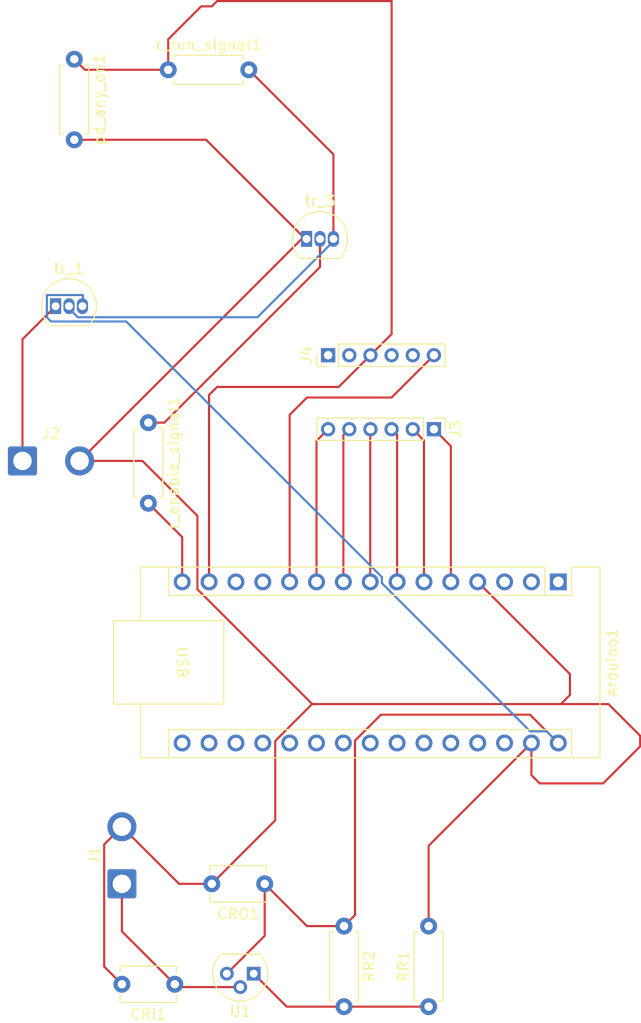
<source format=kicad_pcb>
(kicad_pcb (version 20240108) (generator "pcbnew") (generator_version "8.0")
  (layers (0 "F.Cu" signal) (31 "B.Cu" signal) (34 "B.Paste" user) (35 "F.Paste" user) (36 "B.SilkS" user "B.Silkscreen") (37 "F.SilkS" user "F.Silkscreen") (38 "B.Mask" user) (39 "F.Mask" user) (44 "Edge.Cuts" user))
  (net 0 "")
  (net 1 "Net-(Arduino1-D8)")
  (net 2 "+12C")
  (net 3 "Net-(Arduino1-D4)")
  (net 4 "GND")
  (net 6 "Net-(Arduino1-D7)")
  (net 10 "Net-(Arduino1-D11)")
  (net 19 "Net-(J2-Pin_1)")
  (net 21 "Net-(Arduino1-D5)")
  (net 23 "+5V")
  (net 25 "Net-(Arduino1-D6)")
  (net 27 "Net-(Arduino1-D3)")
  (net 29 "Net-(U1-ADJ)")
  (net 30 "Net-(Arduino1-D12)")
  (net 31 "Net-(Arduino1-D2)")
  (net 33 "Net-(tr_3-B)")
  (net 34 "Net-(tr_1-B)")
  (net 36 "unconnected-(J4-Pin_4-Pad4)")
  (footprint "Connector_Wire:SolderWire-1sqmm_1x02_P5.4mm_D1.4mm_OD2.7mm" (layer "F.Cu") (at 30.6 59.5)
    (property "Reference" "J2" (at 2.7 -2.58 0) (layer "F.SilkS"))
    (property "Value" "SS Relais")
    (pad "1" thru_hole roundrect (at 0 0) (size 2.75 2.75) (drill 1.75) (layers "*.Cu" "*.Mask") (roundrect_rratio 0.090909) (net 19 "Net-(J2-Pin_1)"))
    (pad "2" thru_hole circle (at 5.4 0) (size 2.75 2.75) (drill 1.75) (layers "*.Cu" "*.Mask") (net 4 "GND"))
  )
  (footprint "Resistor_THT:R_Axial_DIN0207_L6.3mm_D2.5mm_P7.62mm_Horizontal" (layer "F.Cu") (at 61 103.5 -90)
    (property "Reference" "RR2" (at 3.81 -2.37 90) (layer "F.SilkS"))
    (property "Value" "330")
    (fp_line (start 0.54 1.37) (end 7.08 1.37) (stroke (width 0.12)) (layer "F.SilkS"))
    (fp_line (start 7.08 1.37) (end 7.08 1.04) (stroke (width 0.12)) (layer "F.SilkS"))
    (fp_line (start 0.54 1.04) (end 0.54 1.37) (stroke (width 0.12)) (layer "F.SilkS"))
    (fp_line (start 0.54 -1.04) (end 0.54 -1.37) (stroke (width 0.12)) (layer "F.SilkS"))
    (fp_line (start 0.54 -1.37) (end 7.08 -1.37) (stroke (width 0.12)) (layer "F.SilkS"))
    (fp_line (start 7.08 -1.37) (end 7.08 -1.04) (stroke (width 0.12)) (layer "F.SilkS"))
    (pad "1" thru_hole circle (at 0 0 270) (size 1.6 1.6) (drill 0.8) (layers "*.Cu" "*.Mask") (net 23 "+5V"))
    (pad "2" thru_hole oval (at 7.62 0 270) (size 1.6 1.6) (drill 0.8) (layers "*.Cu" "*.Mask") (net 29 "Net-(U1-ADJ)"))
  )
  (footprint "Resistor_THT:R_Axial_DIN0207_L6.3mm_D2.5mm_P7.62mm_Horizontal" (layer "F.Cu") (at 42.5 55.88 -90)
    (property "Reference" "r_enable_signal1" (at 3.81 -2.37 90) (layer "F.SilkS"))
    (property "Value" "47")
    (fp_line (start 0.54 1.37) (end 7.08 1.37) (stroke (width 0.12)) (layer "F.SilkS"))
    (fp_line (start 7.08 1.37) (end 7.08 1.04) (stroke (width 0.12)) (layer "F.SilkS"))
    (fp_line (start 0.54 1.04) (end 0.54 1.37) (stroke (width 0.12)) (layer "F.SilkS"))
    (fp_line (start 0.54 -1.04) (end 0.54 -1.37) (stroke (width 0.12)) (layer "F.SilkS"))
    (fp_line (start 0.54 -1.37) (end 7.08 -1.37) (stroke (width 0.12)) (layer "F.SilkS"))
    (fp_line (start 7.08 -1.37) (end 7.08 -1.04) (stroke (width 0.12)) (layer "F.SilkS"))
    (pad "1" thru_hole circle (at 0 0 270) (size 1.6 1.6) (drill 0.8) (layers "*.Cu" "*.Mask") (net 33 "Net-(tr_3-B)"))
    (pad "2" thru_hole oval (at 7.62 0 270) (size 1.6 1.6) (drill 0.8) (layers "*.Cu" "*.Mask") (net 30 "Net-(Arduino1-D12)"))
  )
  (footprint "Package_TO_SOT_THT:TO-92" (layer "F.Cu") (at 52.46 108 180)
    (property "Reference" "U1" (at 1.27 -3.56 0) (layer "F.SilkS"))
    (property "Value" "LM350_TO3")
    (fp_line (start -0.53 1.85) (end 3.07 1.85) (stroke (width 0.12)) (layer "F.SilkS"))
    (fp_arc (start 1.27 -2.6) (mid 3.672087 -0.994977) (end 3.108478 1.838478) (stroke (width 0.12)) (layer "F.SilkS"))
    (fp_arc (start -0.568478 1.838478) (mid -1.132087 -0.994977) (end 1.27 -2.6) (stroke (width 0.12)) (layer "F.SilkS"))
    (pad "1" thru_hole rect (at 0 0 180) (size 1.3 1.3) (drill 0.75) (layers "*.Cu" "*.Mask") (net 29 "Net-(U1-ADJ)"))
    (pad "2" thru_hole circle (at 1.27 -1.27 180) (size 1.3 1.3) (drill 0.75) (layers "*.Cu" "*.Mask") (net 2 "+12C"))
    (pad "3" thru_hole circle (at 2.54 0 180) (size 1.3 1.3) (drill 0.75) (layers "*.Cu" "*.Mask") (net 23 "+5V"))
  )
  (footprint "Resistor_THT:R_Axial_DIN0207_L6.3mm_D2.5mm_P7.62mm_Horizontal" (layer "F.Cu") (at 44.38 22.5)
    (property "Reference" "r_run_signal1" (at 3.81 -2.37 0) (layer "F.SilkS"))
    (property "Value" "1k")
    (fp_line (start 0.54 -1.37) (end 7.08 -1.37) (stroke (width 0.12)) (layer "F.SilkS"))
    (fp_line (start 0.54 -1.04) (end 0.54 -1.37) (stroke (width 0.12)) (layer "F.SilkS"))
    (fp_line (start 0.54 1.04) (end 0.54 1.37) (stroke (width 0.12)) (layer "F.SilkS"))
    (fp_line (start 0.54 1.37) (end 7.08 1.37) (stroke (width 0.12)) (layer "F.SilkS"))
    (fp_line (start 7.08 -1.37) (end 7.08 -1.04) (stroke (width 0.12)) (layer "F.SilkS"))
    (fp_line (start 7.08 1.37) (end 7.08 1.04) (stroke (width 0.12)) (layer "F.SilkS"))
    (pad "1" thru_hole circle (at 0 0) (size 1.6 1.6) (drill 0.8) (layers "*.Cu" "*.Mask") (net 10 "Net-(Arduino1-D11)"))
    (pad "2" thru_hole oval (at 7.62 0) (size 1.6 1.6) (drill 0.8) (layers "*.Cu" "*.Mask") (net 34 "Net-(tr_1-B)"))
  )
  (footprint "Module:Arduino_Nano" (layer "F.Cu") (at 81.26 70.94 -90)
    (property "Reference" "Arduino1" (at 7.62 -5.08 90) (layer "F.SilkS"))
    (property "Value" "Arduino_Nano_v3.x")
    (fp_line (start 3.68 42.04) (end 3.68 31.62) (stroke (width 0.12)) (layer "F.SilkS"))
    (fp_line (start 11.56 42.04) (end 3.68 42.04) (stroke (width 0.12)) (layer "F.SilkS"))
    (fp_line (start -1.4 39.5) (end 3.68 39.5) (stroke (width 0.12)) (layer "F.SilkS"))
    (fp_line (start 16.64 39.5) (end 11.56 39.5) (stroke (width 0.12)) (layer "F.SilkS"))
    (fp_line (start 16.64 39.5) (end 16.64 -3.94) (stroke (width 0.12)) (layer "F.SilkS"))
    (fp_line (start 1.27 36.83) (end -1.4 36.83) (stroke (width 0.12)) (layer "F.SilkS"))
    (fp_line (start 13.97 36.83) (end 16.64 36.83) (stroke (width 0.12)) (layer "F.SilkS"))
    (fp_line (start 3.68 31.62) (end 11.56 31.62) (stroke (width 0.12)) (layer "F.SilkS"))
    (fp_line (start 11.56 31.62) (end 11.56 42.04) (stroke (width 0.12)) (layer "F.SilkS"))
    (fp_line (start -1.4 1.27) (end -1.4 39.5) (stroke (width 0.12)) (layer "F.SilkS"))
    (fp_line (start 1.27 1.27) (end 1.27 36.83) (stroke (width 0.12)) (layer "F.SilkS"))
    (fp_line (start 1.27 1.27) (end -1.4 1.27) (stroke (width 0.12)) (layer "F.SilkS"))
    (fp_line (start 1.27 1.27) (end 1.27 -1.27) (stroke (width 0.12)) (layer "F.SilkS"))
    (fp_line (start 1.27 -1.27) (end -1.4 -1.27) (stroke (width 0.12)) (layer "F.SilkS"))
    (fp_line (start 13.97 -1.27) (end 13.97 36.83) (stroke (width 0.12)) (layer "F.SilkS"))
    (fp_line (start 13.97 -1.27) (end 16.64 -1.27) (stroke (width 0.12)) (layer "F.SilkS"))
    (fp_line (start -1.4 -3.94) (end -1.4 -1.27) (stroke (width 0.12)) (layer "F.SilkS"))
    (fp_line (start 16.64 -3.94) (end -1.4 -3.94) (stroke (width 0.12)) (layer "F.SilkS"))
    (fp_text user "USB" (at 7.62 35.56 -90) (layer "F.SilkS"))
    (pad "1" thru_hole rect (at 0 0 270) (size 1.6 1.6) (drill 1) (layers "*.Cu" "*.Mask"))
    (pad "2" thru_hole oval (at 0 2.54 270) (size 1.6 1.6) (drill 1) (layers "*.Cu" "*.Mask"))
    (pad "3" thru_hole oval (at 0 5.08 270) (size 1.6 1.6) (drill 1) (layers "*.Cu" "*.Mask"))
    (pad "4" thru_hole oval (at 0 7.62 270) (size 1.6 1.6) (drill 1) (layers "*.Cu" "*.Mask") (net 4 "GND"))
    (pad "5" thru_hole oval (at 0 10.16 270) (size 1.6 1.6) (drill 1) (layers "*.Cu" "*.Mask") (net 31 "Net-(Arduino1-D2)"))
    (pad "6" thru_hole oval (at 0 12.7 270) (size 1.6 1.6) (drill 1) (layers "*.Cu" "*.Mask") (net 27 "Net-(Arduino1-D3)"))
    (pad "7" thru_hole oval (at 0 15.24 270) (size 1.6 1.6) (drill 1) (layers "*.Cu" "*.Mask") (net 3 "Net-(Arduino1-D4)"))
    (pad "8" thru_hole oval (at 0 17.78 270) (size 1.6 1.6) (drill 1) (layers "*.Cu" "*.Mask") (net 21 "Net-(Arduino1-D5)"))
    (pad "9" thru_hole oval (at 0 20.32 270) (size 1.6 1.6) (drill 1) (layers "*.Cu" "*.Mask") (net 25 "Net-(Arduino1-D6)"))
    (pad "10" thru_hole oval (at 0 22.86 270) (size 1.6 1.6) (drill 1) (layers "*.Cu" "*.Mask") (net 6 "Net-(Arduino1-D7)"))
    (pad "11" thru_hole oval (at 0 25.4 270) (size 1.6 1.6) (drill 1) (layers "*.Cu" "*.Mask") (net 1 "Net-(Arduino1-D8)"))
    (pad "12" thru_hole oval (at 0 27.94 270) (size 1.6 1.6) (drill 1) (layers "*.Cu" "*.Mask"))
    (pad "13" thru_hole oval (at 0 30.48 270) (size 1.6 1.6) (drill 1) (layers "*.Cu" "*.Mask"))
    (pad "14" thru_hole oval (at 0 33.02 270) (size 1.6 1.6) (drill 1) (layers "*.Cu" "*.Mask") (net 10 "Net-(Arduino1-D11)"))
    (pad "15" thru_hole oval (at 0 35.56 270) (size 1.6 1.6) (drill 1) (layers "*.Cu" "*.Mask") (net 30 "Net-(Arduino1-D12)"))
    (pad "16" thru_hole oval (at 15.24 35.56 270) (size 1.6 1.6) (drill 1) (layers "*.Cu" "*.Mask"))
    (pad "17" thru_hole oval (at 15.24 33.02 270) (size 1.6 1.6) (drill 1) (layers "*.Cu" "*.Mask"))
    (pad "18" thru_hole oval (at 15.24 30.48 270) (size 1.6 1.6) (drill 1) (layers "*.Cu" "*.Mask"))
    (pad "19" thru_hole oval (at 15.24 27.94 270) (size 1.6 1.6) (drill 1) (layers "*.Cu" "*.Mask"))
    (pad "20" thru_hole oval (at 15.24 25.4 270) (size 1.6 1.6) (drill 1) (layers "*.Cu" "*.Mask"))
    (pad "21" thru_hole oval (at 15.24 22.86 270) (size 1.6 1.6) (drill 1) (layers "*.Cu" "*.Mask"))
    (pad "22" thru_hole oval (at 15.24 20.32 270) (size 1.6 1.6) (drill 1) (layers "*.Cu" "*.Mask"))
    (pad "23" thru_hole oval (at 15.24 17.78 270) (size 1.6 1.6) (drill 1) (layers "*.Cu" "*.Mask"))
    (pad "24" thru_hole oval (at 15.24 15.24 270) (size 1.6 1.6) (drill 1) (layers "*.Cu" "*.Mask"))
    (pad "25" thru_hole oval (at 15.24 12.7 270) (size 1.6 1.6) (drill 1) (layers "*.Cu" "*.Mask"))
    (pad "26" thru_hole oval (at 15.24 10.16 270) (size 1.6 1.6) (drill 1) (layers "*.Cu" "*.Mask"))
    (pad "27" thru_hole oval (at 15.24 7.62 270) (size 1.6 1.6) (drill 1) (layers "*.Cu" "*.Mask"))
    (pad "28" thru_hole oval (at 15.24 5.08 270) (size 1.6 1.6) (drill 1) (layers "*.Cu" "*.Mask"))
    (pad "29" thru_hole oval (at 15.24 2.54 270) (size 1.6 1.6) (drill 1) (layers "*.Cu" "*.Mask") (net 4 "GND"))
    (pad "30" thru_hole oval (at 15.24 0 270) (size 1.6 1.6) (drill 1) (layers "*.Cu" "*.Mask") (net 23 "+5V"))
  )
  (footprint "Capacitor_THT:C_Disc_D5.1mm_W3.2mm_P5.00mm" (layer "F.Cu") (at 45 109 180)
    (property "Reference" "CRI1" (at 2.5 -2.85 0) (layer "F.SilkS"))
    (property "Value" "0.1uf")
    (fp_line (start 5.17 1.055) (end 5.17 1.721) (stroke (width 0.12)) (layer "F.SilkS"))
    (fp_line (start 5.17 -1.721) (end 5.17 -1.055) (stroke (width 0.12)) (layer "F.SilkS"))
    (fp_line (start -0.17 1.721) (end 5.17 1.721) (stroke (width 0.12)) (layer "F.SilkS"))
    (fp_line (start -0.17 1.055) (end -0.17 1.721) (stroke (width 0.12)) (layer "F.SilkS"))
    (fp_line (start -0.17 -1.721) (end 5.17 -1.721) (stroke (width 0.12)) (layer "F.SilkS"))
    (fp_line (start -0.17 -1.721) (end -0.17 -1.055) (stroke (width 0.12)) (layer "F.SilkS"))
    (pad "1" thru_hole circle (at 0 0 180) (size 1.6 1.6) (drill 0.8) (layers "*.Cu" "*.Mask") (net 2 "+12C"))
    (pad "2" thru_hole circle (at 5 0 180) (size 1.6 1.6) (drill 0.8) (layers "*.Cu" "*.Mask") (net 4 "GND"))
  )
  (footprint "Connector_Wire:SolderWire-1sqmm_1x02_P5.4mm_D1.4mm_OD2.7mm" (layer "F.Cu") (at 40 99.5 90)
    (property "Reference" "J1" (at 2.7 -2.58 90) (layer "F.SilkS"))
    (property "Value" "12V_in")
    (pad "1" thru_hole roundrect (at 0 0 90) (size 2.75 2.75) (drill 1.75) (layers "*.Cu" "*.Mask") (roundrect_rratio 0.090909) (net 2 "+12C"))
    (pad "2" thru_hole circle (at 5.4 0 90) (size 2.75 2.75) (drill 1.75) (layers "*.Cu" "*.Mask") (net 4 "GND"))
  )
  (footprint "Connector_PinHeader_2.00mm:PinHeader_1x06_P2.00mm_Vertical" (layer "F.Cu") (at 59.5 49.5 90)
    (property "Reference" "J4" (at 0 -2.06 90) (layer "F.SilkS"))
    (property "Value" "marquee_top_row")
    (fp_line (start -1.06 -1.06) (end 0 -1.06) (stroke (width 0.12)) (layer "F.SilkS"))
    (fp_line (start -1.06 0) (end -1.06 -1.06) (stroke (width 0.12)) (layer "F.SilkS"))
    (fp_line (start 1.06 1) (end 1.06 11.06) (stroke (width 0.12)) (layer "F.SilkS"))
    (fp_line (start -1.06 1) (end 1.06 1) (stroke (width 0.12)) (layer "F.SilkS"))
    (fp_line (start -1.06 1) (end -1.06 11.06) (stroke (width 0.12)) (layer "F.SilkS"))
    (fp_line (start -1.06 11.06) (end 1.06 11.06) (stroke (width 0.12)) (layer "F.SilkS"))
    (pad "1" thru_hole rect (at 0 0 90) (size 1.35 1.35) (drill 0.8) (layers "*.Cu" "*.Mask"))
    (pad "2" thru_hole oval (at 0 2 90) (size 1.35 1.35) (drill 0.8) (layers "*.Cu" "*.Mask"))
    (pad "3" thru_hole oval (at 0 4 90) (size 1.35 1.35) (drill 0.8) (layers "*.Cu" "*.Mask") (net 10 "Net-(Arduino1-D11)"))
    (pad "4" thru_hole oval (at 0 6 90) (size 1.35 1.35) (drill 0.8) (layers "*.Cu" "*.Mask") (net 36 "unconnected-(J4-Pin_4-Pad4)"))
    (pad "5" thru_hole oval (at 0 8 90) (size 1.35 1.35) (drill 0.8) (layers "*.Cu" "*.Mask"))
    (pad "6" thru_hole oval (at 0 10 90) (size 1.35 1.35) (drill 0.8) (layers "*.Cu" "*.Mask") (net 1 "Net-(Arduino1-D8)"))
  )
  (footprint "Connector_PinHeader_2.00mm:PinHeader_1x06_P2.00mm_Vertical" (layer "F.Cu") (at 69.5 56.5 -90)
    (property "Reference" "J3" (at 0 -2.06 90) (layer "F.SilkS"))
    (property "Value" "marquee_bottom_row")
    (fp_line (start -1.06 11.06) (end 1.06 11.06) (stroke (width 0.12)) (layer "F.SilkS"))
    (fp_line (start -1.06 1) (end -1.06 11.06) (stroke (width 0.12)) (layer "F.SilkS"))
    (fp_line (start -1.06 1) (end 1.06 1) (stroke (width 0.12)) (layer "F.SilkS"))
    (fp_line (start 1.06 1) (end 1.06 11.06) (stroke (width 0.12)) (layer "F.SilkS"))
    (fp_line (start -1.06 0) (end -1.06 -1.06) (stroke (width 0.12)) (layer "F.SilkS"))
    (fp_line (start -1.06 -1.06) (end 0 -1.06) (stroke (width 0.12)) (layer "F.SilkS"))
    (pad "1" thru_hole rect (at 0 0 270) (size 1.35 1.35) (drill 0.8) (layers "*.Cu" "*.Mask") (net 31 "Net-(Arduino1-D2)"))
    (pad "2" thru_hole oval (at 0 2 270) (size 1.35 1.35) (drill 0.8) (layers "*.Cu" "*.Mask") (net 27 "Net-(Arduino1-D3)"))
    (pad "3" thru_hole oval (at 0 4 270) (size 1.35 1.35) (drill 0.8) (layers "*.Cu" "*.Mask") (net 3 "Net-(Arduino1-D4)"))
    (pad "4" thru_hole oval (at 0 6 270) (size 1.35 1.35) (drill 0.8) (layers "*.Cu" "*.Mask") (net 21 "Net-(Arduino1-D5)"))
    (pad "5" thru_hole oval (at 0 8 270) (size 1.35 1.35) (drill 0.8) (layers "*.Cu" "*.Mask") (net 25 "Net-(Arduino1-D6)"))
    (pad "6" thru_hole oval (at 0 10 270) (size 1.35 1.35) (drill 0.8) (layers "*.Cu" "*.Mask") (net 6 "Net-(Arduino1-D7)"))
  )
  (footprint "Resistor_THT:R_Axial_DIN0207_L6.3mm_D2.5mm_P7.62mm_Horizontal" (layer "F.Cu") (at 69 111.12 90)
    (property "Reference" "RR1" (at 3.81 -2.37 90) (layer "F.SilkS"))
    (property "Value" "1k")
    (fp_line (start 7.08 -1.37) (end 7.08 -1.04) (stroke (width 0.12)) (layer "F.SilkS"))
    (fp_line (start 0.54 -1.37) (end 7.08 -1.37) (stroke (width 0.12)) (layer "F.SilkS"))
    (fp_line (start 0.54 -1.04) (end 0.54 -1.37) (stroke (width 0.12)) (layer "F.SilkS"))
    (fp_line (start 0.54 1.04) (end 0.54 1.37) (stroke (width 0.12)) (layer "F.SilkS"))
    (fp_line (start 7.08 1.37) (end 7.08 1.04) (stroke (width 0.12)) (layer "F.SilkS"))
    (fp_line (start 0.54 1.37) (end 7.08 1.37) (stroke (width 0.12)) (layer "F.SilkS"))
    (pad "1" thru_hole circle (at 0 0 90) (size 1.6 1.6) (drill 0.8) (layers "*.Cu" "*.Mask") (net 29 "Net-(U1-ADJ)"))
    (pad "2" thru_hole oval (at 7.62 0 90) (size 1.6 1.6) (drill 0.8) (layers "*.Cu" "*.Mask") (net 4 "GND"))
  )
  (footprint "Capacitor_THT:C_Disc_D5.1mm_W3.2mm_P5.00mm" (layer "F.Cu") (at 53.5 99.5 180)
    (property "Reference" "CRO1" (at 2.5 -2.85 0) (layer "F.SilkS"))
    (property "Value" "10uF")
    (fp_line (start 5.17 1.055) (end 5.17 1.721) (stroke (width 0.12)) (layer "F.SilkS"))
    (fp_line (start 5.17 -1.721) (end 5.17 -1.055) (stroke (width 0.12)) (layer "F.SilkS"))
    (fp_line (start -0.17 1.721) (end 5.17 1.721) (stroke (width 0.12)) (layer "F.SilkS"))
    (fp_line (start -0.17 1.055) (end -0.17 1.721) (stroke (width 0.12)) (layer "F.SilkS"))
    (fp_line (start -0.17 -1.721) (end 5.17 -1.721) (stroke (width 0.12)) (layer "F.SilkS"))
    (fp_line (start -0.17 -1.721) (end -0.17 -1.055) (stroke (width 0.12)) (layer "F.SilkS"))
    (pad "1" thru_hole circle (at 0 0 180) (size 1.6 1.6) (drill 0.8) (layers "*.Cu" "*.Mask") (net 23 "+5V"))
    (pad "2" thru_hole circle (at 5 0 180) (size 1.6 1.6) (drill 0.8) (layers "*.Cu" "*.Mask") (net 4 "GND"))
  )
  (footprint "Package_TO_SOT_THT:TO-92_Inline" (layer "F.Cu") (at 33.73 44.86)
    (property "Reference" "tr_1" (at 1.27 -3.56 0) (layer "F.SilkS"))
    (property "Value" "S8050")
    (fp_line (start -0.53 1.85) (end 3.07 1.85) (stroke (width 0.12)) (layer "F.SilkS"))
    (fp_arc (start -0.568478 1.838478) (mid -1.132087 -0.994977) (end 1.27 -2.6) (stroke (width 0.12)) (layer "F.SilkS"))
    (fp_arc (start 1.27 -2.6) (mid 3.672087 -0.994977) (end 3.108478 1.838478) (stroke (width 0.12)) (layer "F.SilkS"))
    (pad "1" thru_hole rect (at 0 0) (size 1.05 1.5) (drill 0.75) (layers "*.Cu" "*.Mask") (net 19 "Net-(J2-Pin_1)"))
    (pad "2" thru_hole oval (at 1.27 0) (size 1.05 1.5) (drill 0.75) (layers "*.Cu" "*.Mask") (net 34 "Net-(tr_1-B)"))
    (pad "3" thru_hole oval (at 2.54 0) (size 1.05 1.5) (drill 0.75) (layers "*.Cu" "*.Mask") (net 23 "+5V"))
  )
  (footprint "Resistor_THT:R_Axial_DIN0207_L6.3mm_D2.5mm_P7.62mm_Horizontal" (layer "F.Cu") (at 35.5 21.5 -90)
    (property "Reference" "pd_any_on1" (at 3.81 -2.37 90) (layer "F.SilkS"))
    (property "Value" "100k")
    (fp_line (start 0.54 1.37) (end 7.08 1.37) (stroke (width 0.12)) (layer "F.SilkS"))
    (fp_line (start 7.08 1.37) (end 7.08 1.04) (stroke (width 0.12)) (layer "F.SilkS"))
    (fp_line (start 0.54 1.04) (end 0.54 1.37) (stroke (width 0.12)) (layer "F.SilkS"))
    (fp_line (start 0.54 -1.04) (end 0.54 -1.37) (stroke (width 0.12)) (layer "F.SilkS"))
    (fp_line (start 0.54 -1.37) (end 7.08 -1.37) (stroke (width 0.12)) (layer "F.SilkS"))
    (fp_line (start 7.08 -1.37) (end 7.08 -1.04) (stroke (width 0.12)) (layer "F.SilkS"))
    (pad "1" thru_hole circle (at 0 0 270) (size 1.6 1.6) (drill 0.8) (layers "*.Cu" "*.Mask") (net 10 "Net-(Arduino1-D11)"))
    (pad "2" thru_hole oval (at 7.62 0 270) (size 1.6 1.6) (drill 0.8) (layers "*.Cu" "*.Mask") (net 4 "GND"))
  )
  (footprint "Package_TO_SOT_THT:TO-92_Inline" (layer "F.Cu") (at 57.46 38.5)
    (property "Reference" "tr_3" (at 1.27 -3.56 0) (layer "F.SilkS"))
    (property "Value" "S8050")
    (fp_line (start -0.53 1.85) (end 3.07 1.85) (stroke (width 0.12)) (layer "F.SilkS"))
    (fp_arc (start -0.568478 1.838478) (mid -1.132087 -0.994977) (end 1.27 -2.6) (stroke (width 0.12)) (layer "F.SilkS"))
    (fp_arc (start 1.27 -2.6) (mid 3.672087 -0.994977) (end 3.108478 1.838478) (stroke (width 0.12)) (layer "F.SilkS"))
    (pad "1" thru_hole rect (at 0 0) (size 1.05 1.5) (drill 0.75) (layers "*.Cu" "*.Mask") (net 4 "GND"))
    (pad "2" thru_hole oval (at 1.27 0) (size 1.05 1.5) (drill 0.75) (layers "*.Cu" "*.Mask") (net 33 "Net-(tr_3-B)"))
    (pad "3" thru_hole oval (at 2.54 0) (size 1.05 1.5) (drill 0.75) (layers "*.Cu" "*.Mask") (net 34 "Net-(tr_1-B)"))
  )
  (segment (start 55.86 55.14) (end 57.5 53.5) (width 0.2) (layer "F.Cu") (net 1))
  (segment (start 55.86 70.94) (end 55.86 55.14) (width 0.2) (layer "F.Cu") (net 1))
  (segment (start 57.5 53.5) (end 65.5 53.5) (width 0.2) (layer "F.Cu") (net 1))
  (segment (start 65.5 53.5) (end 69.5 49.5) (width 0.2) (layer "F.Cu") (net 1))
  (segment (start 45.27 109.27) (end 45 109) (width 0.2) (layer "F.Cu") (net 2))
  (segment (start 40 99.5) (end 40 104) (width 0.2) (layer "F.Cu") (net 2))
  (segment (start 51.19 109.27) (end 45.27 109.27) (width 0.2) (layer "F.Cu") (net 2))
  (segment (start 40 104) (end 45 109) (width 0.2) (layer "F.Cu") (net 2))
  (segment (start 66.02 57.02) (end 65.5 56.5) (width 0.2) (layer "F.Cu") (net 3))
  (segment (start 66.02 70.94) (end 66.02 57.02) (width 0.2) (layer "F.Cu") (net 3))
  (segment (start 57 38.5) (end 36 59.5) (width 0.2) (layer "F.Cu") (net 4))
  (segment (start 48.5 99.5) (end 54.5 93.5) (width 0.2) (layer "F.Cu") (net 4))
  (segment (start 82.36 79.66) (end 82.36 81.64) (width 0.2) (layer "F.Cu") (net 4))
  (segment (start 78.72 89.22) (end 78.72 86.18) (width 0.2) (layer "F.Cu") (net 4))
  (segment (start 47.14 71.64) (end 58 82.5) (width 0.2) (layer "F.Cu") (net 4))
  (segment (start 40 109) (end 38.325 107.325) (width 0.2) (layer "F.Cu") (net 4))
  (segment (start 81.5 82.5) (end 86 82.5) (width 0.2) (layer "F.Cu") (net 4))
  (segment (start 79.5 90) (end 78.72 89.22) (width 0.2) (layer "F.Cu") (net 4))
  (segment (start 82.36 81.64) (end 81.5 82.5) (width 0.2) (layer "F.Cu") (net 4))
  (segment (start 57.338274 38.5) (end 57.46 38.5) (width 0.2) (layer "F.Cu") (net 4))
  (segment (start 89 85.5) (end 89 86.5) (width 0.2) (layer "F.Cu") (net 4))
  (segment (start 38.325 95.775) (end 40 94.1) (width 0.2) (layer "F.Cu") (net 4))
  (segment (start 69 95.9) (end 78.72 86.18) (width 0.2) (layer "F.Cu") (net 4))
  (segment (start 89 86.5) (end 85.5 90) (width 0.2) (layer "F.Cu") (net 4))
  (segment (start 86 82.5) (end 89 85.5) (width 0.2) (layer "F.Cu") (net 4))
  (segment (start 73.68 70.94) (end 73.64 70.94) (width 0.2) (layer "F.Cu") (net 4))
  (segment (start 69 103.5) (end 69 95.9) (width 0.2) (layer "F.Cu") (net 4))
  (segment (start 58 82.5) (end 81.5 82.5) (width 0.2) (layer "F.Cu") (net 4))
  (segment (start 36 59.5) (end 41.945686 59.5) (width 0.2) (layer "F.Cu") (net 4))
  (segment (start 85.5 90) (end 79.5 90) (width 0.2) (layer "F.Cu") (net 4))
  (segment (start 57.984365 82.5) (end 58 82.5) (width 0.2) (layer "F.Cu") (net 4))
  (segment (start 57.46 38.5) (end 57 38.5) (width 0.2) (layer "F.Cu") (net 4))
  (segment (start 48.5 99.5) (end 45.4 99.5) (width 0.2) (layer "F.Cu") (net 4))
  (segment (start 54.5 85.984365) (end 57.984365 82.5) (width 0.2) (layer "F.Cu") (net 4))
  (segment (start 54.5 93.5) (end 54.5 85.984365) (width 0.2) (layer "F.Cu") (net 4))
  (segment (start 35.5 29.12) (end 47.958274 29.12) (width 0.2) (layer "F.Cu") (net 4))
  (segment (start 73.64 70.94) (end 82.36 79.66) (width 0.2) (layer "F.Cu") (net 4))
  (segment (start 47.14 64.694314) (end 47.14 71.64) (width 0.2) (layer "F.Cu") (net 4))
  (segment (start 47.958274 29.12) (end 57.338274 38.5) (width 0.2) (layer "F.Cu") (net 4))
  (segment (start 45.4 99.5) (end 40 94.1) (width 0.2) (layer "F.Cu") (net 4))
  (segment (start 38.325 107.325) (end 38.325 95.775) (width 0.2) (layer "F.Cu") (net 4))
  (segment (start 41.945686 59.5) (end 47.14 64.694314) (width 0.2) (layer "F.Cu") (net 4))
  (segment (start 58.4 70.94) (end 58.4 57.6) (width 0.2) (layer "F.Cu") (net 6))
  (segment (start 58.4 57.6) (end 59.5 56.5) (width 0.2) (layer "F.Cu") (net 6))
  (segment (start 44.38 22.5) (end 36.5 22.5) (width 0.2) (layer "F.Cu") (net 10))
  (segment (start 48.24 53.26) (end 48.24 70.94) (width 0.2) (layer "F.Cu") (net 10))
  (segment (start 65.5 47.5) (end 63.5 49.5) (width 0.2) (layer "F.Cu") (net 10))
  (segment (start 48.5 16.5) (end 49 16) (width 0.2) (layer "F.Cu") (net 10))
  (segment (start 60.5 52.5) (end 49 52.5) (width 0.2) (layer "F.Cu") (net 10))
  (segment (start 63.5 49.5) (end 60.5 52.5) (width 0.2) (layer "F.Cu") (net 10))
  (segment (start 47.5 16.5) (end 48.5 16.5) (width 0.2) (layer "F.Cu") (net 10))
  (segment (start 49 52.5) (end 48.24 53.26) (width 0.2) (layer "F.Cu") (net 10))
  (segment (start 49 16) (end 65.5 16) (width 0.2) (layer "F.Cu") (net 10))
  (segment (start 36.5 22.5) (end 35.5 21.5) (width 0.2) (layer "F.Cu") (net 10))
  (segment (start 44.38 19.62) (end 47.5 16.5) (width 0.2) (layer "F.Cu") (net 10))
  (segment (start 65.5 16) (end 65.5 47.5) (width 0.2) (layer "F.Cu") (net 10))
  (segment (start 44.38 22.5) (end 44.38 19.62) (width 0.2) (layer "F.Cu") (net 10))
  (segment (start 30.6 59.5) (end 30.6 47.99) (width 0.2) (layer "F.Cu") (net 19))
  (segment (start 30.6 47.99) (end 33.73 44.86) (width 0.2) (layer "F.Cu") (net 19))
  (segment (start 63.48 56.52) (end 63.5 56.5) (width 0.2) (layer "F.Cu") (net 21))
  (segment (start 63.48 70.94) (end 63.48 56.52) (width 0.2) (layer "F.Cu") (net 21))
  (segment (start 53.5 99.5) (end 53.5 104.42) (width 0.2) (layer "F.Cu") (net 23))
  (segment (start 62.04 102.46) (end 61 103.5) (width 0.2) (layer "F.Cu") (net 23))
  (segment (start 78.58 83.5) (end 64.5 83.5) (width 0.2) (layer "F.Cu") (net 23))
  (segment (start 81.26 86.18) (end 78.58 83.5) (width 0.2) (layer "F.Cu") (net 23))
  (segment (start 57.5 103.5) (end 53.5 99.5) (width 0.2) (layer "F.Cu") (net 23))
  (segment (start 61 103.5) (end 57.5 103.5) (width 0.2) (layer "F.Cu") (net 23))
  (segment (start 64.5 83.5) (end 62.04 85.96) (width 0.2) (layer "F.Cu") (net 23))
  (segment (start 62.04 85.96) (end 62.04 102.46) (width 0.2) (layer "F.Cu") (net 23))
  (segment (start 53.5 104.42) (end 49.92 108) (width 0.2) (layer "F.Cu") (net 23))
  (segment (start 36.31 44.82) (end 36.31 43.81) (width 0.2) (layer "B.Cu") (net 23))
  (segment (start 64.58 70.484365) (end 64.58 71.055635) (width 0.2) (layer "B.Cu") (net 23))
  (segment (start 40.405635 46.31) (end 64.58 70.484365) (width 0.2) (layer "B.Cu") (net 23))
  (segment (start 80.16 85.08) (end 81.26 86.18) (width 0.2) (layer "B.Cu") (net 23))
  (segment (start 32.905 45.91) (end 33.305 46.31) (width 0.2) (layer "B.Cu") (net 23))
  (segment (start 33.305 46.31) (end 40.405635 46.31) (width 0.2) (layer "B.Cu") (net 23))
  (segment (start 36.27 44.86) (end 36.31 44.82) (width 0.2) (layer "B.Cu") (net 23))
  (segment (start 78.604365 85.08) (end 80.16 85.08) (width 0.2) (layer "B.Cu") (net 23))
  (segment (start 36.31 43.81) (end 32.905 43.81) (width 0.2) (layer "B.Cu") (net 23))
  (segment (start 32.905 43.81) (end 32.905 45.91) (width 0.2) (layer "B.Cu") (net 23))
  (segment (start 64.58 71.055635) (end 78.604365 85.08) (width 0.2) (layer "B.Cu") (net 23))
  (segment (start 60.94 57.06) (end 61.5 56.5) (width 0.2) (layer "F.Cu") (net 25))
  (segment (start 60.94 70.94) (end 60.94 57.06) (width 0.2) (layer "F.Cu") (net 25))
  (segment (start 68.56 70.94) (end 68.56 57.56) (width 0.2) (layer "F.Cu") (net 27))
  (segment (start 68.56 57.56) (end 67.5 56.5) (width 0.2) (layer "F.Cu") (net 27))
  (segment (start 55.58 111.12) (end 52.46 108) (width 0.2) (layer "F.Cu") (net 29))
  (segment (start 61 111.12) (end 55.58 111.12) (width 0.2) (layer "F.Cu") (net 29))
  (segment (start 61 111.12) (end 69 111.12) (width 0.2) (layer "F.Cu") (net 29))
  (segment (start 45.7 66.7) (end 42.5 63.5) (width 0.2) (layer "F.Cu") (net 30))
  (segment (start 45.7 70.94) (end 45.7 66.7) (width 0.2) (layer "F.Cu") (net 30))
  (segment (start 71.1 58.1) (end 69.5 56.5) (width 0.2) (layer "F.Cu") (net 31))
  (segment (start 71.1 70.94) (end 71.1 58.1) (width 0.2) (layer "F.Cu") (net 31))
  (segment (start 44.011726 55.88) (end 58.73 41.161726) (width 0.2) (layer "F.Cu") (net 33))
  (segment (start 42.5 55.88) (end 44.011726 55.88) (width 0.2) (layer "F.Cu") (net 33))
  (segment (start 58.73 41.161726) (end 58.73 38.5) (width 0.2) (layer "F.Cu") (net 33))
  (segment (start 60 38.5) (end 60 30.5) (width 0.2) (layer "F.Cu") (net 34))
  (segment (start 60 30.5) (end 52 22.5) (width 0.2) (layer "F.Cu") (net 34))
  (segment (start 60 38.725) (end 52.815 45.91) (width 0.2) (layer "B.Cu") (net 34))
  (segment (start 35 45.085) (end 35 44.86) (width 0.2) (layer "B.Cu") (net 34))
  (segment (start 35.825 45.91) (end 35 45.085) (width 0.2) (layer "B.Cu") (net 34))
  (segment (start 60 38.5) (end 60 38.725) (width 0.2) (layer "B.Cu") (net 34))
  (segment (start 52.815 45.91) (end 35.825 45.91) (width 0.2) (layer "B.Cu") (net 34))
  (segment (start 65.5 49.5) (end 65 49.5) (width 0.2) (layer "F.Cu") (net 36))
)
</source>
